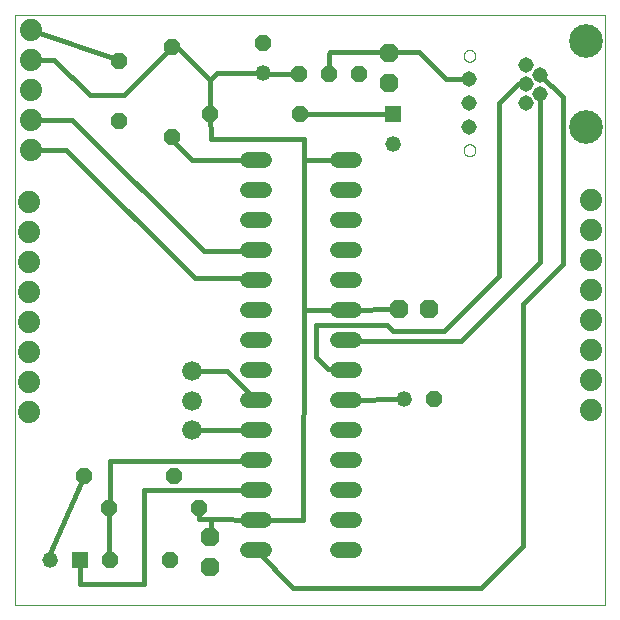
<source format=gtl>
G75*
%MOIN*%
%OFA0B0*%
%FSLAX25Y25*%
%IPPOS*%
%LPD*%
%AMOC8*
5,1,8,0,0,1.08239X$1,22.5*
%
%ADD10C,0.00000*%
%ADD11OC8,0.06300*%
%ADD12OC8,0.05200*%
%ADD13C,0.05200*%
%ADD14C,0.05200*%
%ADD15R,0.05200X0.05200*%
%ADD16C,0.07400*%
%ADD17C,0.05150*%
%ADD18C,0.11220*%
%ADD19C,0.06600*%
%ADD20C,0.01600*%
D10*
X0001800Y0001800D02*
X0001800Y0198650D01*
X0198650Y0198650D01*
X0198650Y0001800D01*
X0001800Y0001800D01*
X0151406Y0153454D02*
X0151408Y0153542D01*
X0151414Y0153630D01*
X0151424Y0153718D01*
X0151438Y0153806D01*
X0151455Y0153892D01*
X0151477Y0153978D01*
X0151502Y0154062D01*
X0151532Y0154146D01*
X0151564Y0154228D01*
X0151601Y0154308D01*
X0151641Y0154387D01*
X0151685Y0154464D01*
X0151732Y0154539D01*
X0151782Y0154611D01*
X0151836Y0154682D01*
X0151892Y0154749D01*
X0151952Y0154815D01*
X0152014Y0154877D01*
X0152080Y0154937D01*
X0152147Y0154993D01*
X0152218Y0155047D01*
X0152290Y0155097D01*
X0152365Y0155144D01*
X0152442Y0155188D01*
X0152521Y0155228D01*
X0152601Y0155265D01*
X0152683Y0155297D01*
X0152767Y0155327D01*
X0152851Y0155352D01*
X0152937Y0155374D01*
X0153023Y0155391D01*
X0153111Y0155405D01*
X0153199Y0155415D01*
X0153287Y0155421D01*
X0153375Y0155423D01*
X0153463Y0155421D01*
X0153551Y0155415D01*
X0153639Y0155405D01*
X0153727Y0155391D01*
X0153813Y0155374D01*
X0153899Y0155352D01*
X0153983Y0155327D01*
X0154067Y0155297D01*
X0154149Y0155265D01*
X0154229Y0155228D01*
X0154308Y0155188D01*
X0154385Y0155144D01*
X0154460Y0155097D01*
X0154532Y0155047D01*
X0154603Y0154993D01*
X0154670Y0154937D01*
X0154736Y0154877D01*
X0154798Y0154815D01*
X0154858Y0154749D01*
X0154914Y0154682D01*
X0154968Y0154611D01*
X0155018Y0154539D01*
X0155065Y0154464D01*
X0155109Y0154387D01*
X0155149Y0154308D01*
X0155186Y0154228D01*
X0155218Y0154146D01*
X0155248Y0154062D01*
X0155273Y0153978D01*
X0155295Y0153892D01*
X0155312Y0153806D01*
X0155326Y0153718D01*
X0155336Y0153630D01*
X0155342Y0153542D01*
X0155344Y0153454D01*
X0155342Y0153366D01*
X0155336Y0153278D01*
X0155326Y0153190D01*
X0155312Y0153102D01*
X0155295Y0153016D01*
X0155273Y0152930D01*
X0155248Y0152846D01*
X0155218Y0152762D01*
X0155186Y0152680D01*
X0155149Y0152600D01*
X0155109Y0152521D01*
X0155065Y0152444D01*
X0155018Y0152369D01*
X0154968Y0152297D01*
X0154914Y0152226D01*
X0154858Y0152159D01*
X0154798Y0152093D01*
X0154736Y0152031D01*
X0154670Y0151971D01*
X0154603Y0151915D01*
X0154532Y0151861D01*
X0154460Y0151811D01*
X0154385Y0151764D01*
X0154308Y0151720D01*
X0154229Y0151680D01*
X0154149Y0151643D01*
X0154067Y0151611D01*
X0153983Y0151581D01*
X0153899Y0151556D01*
X0153813Y0151534D01*
X0153727Y0151517D01*
X0153639Y0151503D01*
X0153551Y0151493D01*
X0153463Y0151487D01*
X0153375Y0151485D01*
X0153287Y0151487D01*
X0153199Y0151493D01*
X0153111Y0151503D01*
X0153023Y0151517D01*
X0152937Y0151534D01*
X0152851Y0151556D01*
X0152767Y0151581D01*
X0152683Y0151611D01*
X0152601Y0151643D01*
X0152521Y0151680D01*
X0152442Y0151720D01*
X0152365Y0151764D01*
X0152290Y0151811D01*
X0152218Y0151861D01*
X0152147Y0151915D01*
X0152080Y0151971D01*
X0152014Y0152031D01*
X0151952Y0152093D01*
X0151892Y0152159D01*
X0151836Y0152226D01*
X0151782Y0152297D01*
X0151732Y0152369D01*
X0151685Y0152444D01*
X0151641Y0152521D01*
X0151601Y0152600D01*
X0151564Y0152680D01*
X0151532Y0152762D01*
X0151502Y0152846D01*
X0151477Y0152930D01*
X0151455Y0153016D01*
X0151438Y0153102D01*
X0151424Y0153190D01*
X0151414Y0153278D01*
X0151408Y0153366D01*
X0151406Y0153454D01*
X0151800Y0161328D02*
X0151802Y0161407D01*
X0151808Y0161486D01*
X0151818Y0161565D01*
X0151832Y0161643D01*
X0151849Y0161720D01*
X0151871Y0161796D01*
X0151896Y0161871D01*
X0151926Y0161944D01*
X0151958Y0162016D01*
X0151995Y0162087D01*
X0152035Y0162155D01*
X0152078Y0162221D01*
X0152124Y0162285D01*
X0152174Y0162347D01*
X0152227Y0162406D01*
X0152282Y0162462D01*
X0152341Y0162516D01*
X0152402Y0162566D01*
X0152465Y0162614D01*
X0152531Y0162658D01*
X0152599Y0162699D01*
X0152669Y0162736D01*
X0152740Y0162770D01*
X0152814Y0162800D01*
X0152888Y0162826D01*
X0152964Y0162848D01*
X0153041Y0162867D01*
X0153119Y0162882D01*
X0153197Y0162893D01*
X0153276Y0162900D01*
X0153355Y0162903D01*
X0153434Y0162902D01*
X0153513Y0162897D01*
X0153592Y0162888D01*
X0153670Y0162875D01*
X0153747Y0162858D01*
X0153824Y0162838D01*
X0153899Y0162813D01*
X0153973Y0162785D01*
X0154046Y0162753D01*
X0154116Y0162718D01*
X0154185Y0162679D01*
X0154252Y0162636D01*
X0154317Y0162590D01*
X0154379Y0162542D01*
X0154439Y0162490D01*
X0154496Y0162435D01*
X0154550Y0162377D01*
X0154601Y0162317D01*
X0154649Y0162254D01*
X0154694Y0162189D01*
X0154736Y0162121D01*
X0154774Y0162052D01*
X0154808Y0161981D01*
X0154839Y0161908D01*
X0154867Y0161833D01*
X0154890Y0161758D01*
X0154910Y0161681D01*
X0154926Y0161604D01*
X0154938Y0161525D01*
X0154946Y0161447D01*
X0154950Y0161368D01*
X0154950Y0161288D01*
X0154946Y0161209D01*
X0154938Y0161131D01*
X0154926Y0161052D01*
X0154910Y0160975D01*
X0154890Y0160898D01*
X0154867Y0160823D01*
X0154839Y0160748D01*
X0154808Y0160675D01*
X0154774Y0160604D01*
X0154736Y0160535D01*
X0154694Y0160467D01*
X0154649Y0160402D01*
X0154601Y0160339D01*
X0154550Y0160279D01*
X0154496Y0160221D01*
X0154439Y0160166D01*
X0154379Y0160114D01*
X0154317Y0160066D01*
X0154252Y0160020D01*
X0154185Y0159977D01*
X0154116Y0159938D01*
X0154046Y0159903D01*
X0153973Y0159871D01*
X0153899Y0159843D01*
X0153824Y0159818D01*
X0153747Y0159798D01*
X0153670Y0159781D01*
X0153592Y0159768D01*
X0153513Y0159759D01*
X0153434Y0159754D01*
X0153355Y0159753D01*
X0153276Y0159756D01*
X0153197Y0159763D01*
X0153119Y0159774D01*
X0153041Y0159789D01*
X0152964Y0159808D01*
X0152888Y0159830D01*
X0152814Y0159856D01*
X0152740Y0159886D01*
X0152669Y0159920D01*
X0152599Y0159957D01*
X0152531Y0159998D01*
X0152465Y0160042D01*
X0152402Y0160090D01*
X0152341Y0160140D01*
X0152282Y0160194D01*
X0152227Y0160250D01*
X0152174Y0160309D01*
X0152124Y0160371D01*
X0152078Y0160435D01*
X0152035Y0160501D01*
X0151995Y0160569D01*
X0151958Y0160640D01*
X0151926Y0160712D01*
X0151896Y0160785D01*
X0151871Y0160860D01*
X0151849Y0160936D01*
X0151832Y0161013D01*
X0151818Y0161091D01*
X0151808Y0161170D01*
X0151802Y0161249D01*
X0151800Y0161328D01*
X0151800Y0169202D02*
X0151802Y0169281D01*
X0151808Y0169360D01*
X0151818Y0169439D01*
X0151832Y0169517D01*
X0151849Y0169594D01*
X0151871Y0169670D01*
X0151896Y0169745D01*
X0151926Y0169818D01*
X0151958Y0169890D01*
X0151995Y0169961D01*
X0152035Y0170029D01*
X0152078Y0170095D01*
X0152124Y0170159D01*
X0152174Y0170221D01*
X0152227Y0170280D01*
X0152282Y0170336D01*
X0152341Y0170390D01*
X0152402Y0170440D01*
X0152465Y0170488D01*
X0152531Y0170532D01*
X0152599Y0170573D01*
X0152669Y0170610D01*
X0152740Y0170644D01*
X0152814Y0170674D01*
X0152888Y0170700D01*
X0152964Y0170722D01*
X0153041Y0170741D01*
X0153119Y0170756D01*
X0153197Y0170767D01*
X0153276Y0170774D01*
X0153355Y0170777D01*
X0153434Y0170776D01*
X0153513Y0170771D01*
X0153592Y0170762D01*
X0153670Y0170749D01*
X0153747Y0170732D01*
X0153824Y0170712D01*
X0153899Y0170687D01*
X0153973Y0170659D01*
X0154046Y0170627D01*
X0154116Y0170592D01*
X0154185Y0170553D01*
X0154252Y0170510D01*
X0154317Y0170464D01*
X0154379Y0170416D01*
X0154439Y0170364D01*
X0154496Y0170309D01*
X0154550Y0170251D01*
X0154601Y0170191D01*
X0154649Y0170128D01*
X0154694Y0170063D01*
X0154736Y0169995D01*
X0154774Y0169926D01*
X0154808Y0169855D01*
X0154839Y0169782D01*
X0154867Y0169707D01*
X0154890Y0169632D01*
X0154910Y0169555D01*
X0154926Y0169478D01*
X0154938Y0169399D01*
X0154946Y0169321D01*
X0154950Y0169242D01*
X0154950Y0169162D01*
X0154946Y0169083D01*
X0154938Y0169005D01*
X0154926Y0168926D01*
X0154910Y0168849D01*
X0154890Y0168772D01*
X0154867Y0168697D01*
X0154839Y0168622D01*
X0154808Y0168549D01*
X0154774Y0168478D01*
X0154736Y0168409D01*
X0154694Y0168341D01*
X0154649Y0168276D01*
X0154601Y0168213D01*
X0154550Y0168153D01*
X0154496Y0168095D01*
X0154439Y0168040D01*
X0154379Y0167988D01*
X0154317Y0167940D01*
X0154252Y0167894D01*
X0154185Y0167851D01*
X0154116Y0167812D01*
X0154046Y0167777D01*
X0153973Y0167745D01*
X0153899Y0167717D01*
X0153824Y0167692D01*
X0153747Y0167672D01*
X0153670Y0167655D01*
X0153592Y0167642D01*
X0153513Y0167633D01*
X0153434Y0167628D01*
X0153355Y0167627D01*
X0153276Y0167630D01*
X0153197Y0167637D01*
X0153119Y0167648D01*
X0153041Y0167663D01*
X0152964Y0167682D01*
X0152888Y0167704D01*
X0152814Y0167730D01*
X0152740Y0167760D01*
X0152669Y0167794D01*
X0152599Y0167831D01*
X0152531Y0167872D01*
X0152465Y0167916D01*
X0152402Y0167964D01*
X0152341Y0168014D01*
X0152282Y0168068D01*
X0152227Y0168124D01*
X0152174Y0168183D01*
X0152124Y0168245D01*
X0152078Y0168309D01*
X0152035Y0168375D01*
X0151995Y0168443D01*
X0151958Y0168514D01*
X0151926Y0168586D01*
X0151896Y0168659D01*
X0151871Y0168734D01*
X0151849Y0168810D01*
X0151832Y0168887D01*
X0151818Y0168965D01*
X0151808Y0169044D01*
X0151802Y0169123D01*
X0151800Y0169202D01*
X0151800Y0177076D02*
X0151802Y0177155D01*
X0151808Y0177234D01*
X0151818Y0177313D01*
X0151832Y0177391D01*
X0151849Y0177468D01*
X0151871Y0177544D01*
X0151896Y0177619D01*
X0151926Y0177692D01*
X0151958Y0177764D01*
X0151995Y0177835D01*
X0152035Y0177903D01*
X0152078Y0177969D01*
X0152124Y0178033D01*
X0152174Y0178095D01*
X0152227Y0178154D01*
X0152282Y0178210D01*
X0152341Y0178264D01*
X0152402Y0178314D01*
X0152465Y0178362D01*
X0152531Y0178406D01*
X0152599Y0178447D01*
X0152669Y0178484D01*
X0152740Y0178518D01*
X0152814Y0178548D01*
X0152888Y0178574D01*
X0152964Y0178596D01*
X0153041Y0178615D01*
X0153119Y0178630D01*
X0153197Y0178641D01*
X0153276Y0178648D01*
X0153355Y0178651D01*
X0153434Y0178650D01*
X0153513Y0178645D01*
X0153592Y0178636D01*
X0153670Y0178623D01*
X0153747Y0178606D01*
X0153824Y0178586D01*
X0153899Y0178561D01*
X0153973Y0178533D01*
X0154046Y0178501D01*
X0154116Y0178466D01*
X0154185Y0178427D01*
X0154252Y0178384D01*
X0154317Y0178338D01*
X0154379Y0178290D01*
X0154439Y0178238D01*
X0154496Y0178183D01*
X0154550Y0178125D01*
X0154601Y0178065D01*
X0154649Y0178002D01*
X0154694Y0177937D01*
X0154736Y0177869D01*
X0154774Y0177800D01*
X0154808Y0177729D01*
X0154839Y0177656D01*
X0154867Y0177581D01*
X0154890Y0177506D01*
X0154910Y0177429D01*
X0154926Y0177352D01*
X0154938Y0177273D01*
X0154946Y0177195D01*
X0154950Y0177116D01*
X0154950Y0177036D01*
X0154946Y0176957D01*
X0154938Y0176879D01*
X0154926Y0176800D01*
X0154910Y0176723D01*
X0154890Y0176646D01*
X0154867Y0176571D01*
X0154839Y0176496D01*
X0154808Y0176423D01*
X0154774Y0176352D01*
X0154736Y0176283D01*
X0154694Y0176215D01*
X0154649Y0176150D01*
X0154601Y0176087D01*
X0154550Y0176027D01*
X0154496Y0175969D01*
X0154439Y0175914D01*
X0154379Y0175862D01*
X0154317Y0175814D01*
X0154252Y0175768D01*
X0154185Y0175725D01*
X0154116Y0175686D01*
X0154046Y0175651D01*
X0153973Y0175619D01*
X0153899Y0175591D01*
X0153824Y0175566D01*
X0153747Y0175546D01*
X0153670Y0175529D01*
X0153592Y0175516D01*
X0153513Y0175507D01*
X0153434Y0175502D01*
X0153355Y0175501D01*
X0153276Y0175504D01*
X0153197Y0175511D01*
X0153119Y0175522D01*
X0153041Y0175537D01*
X0152964Y0175556D01*
X0152888Y0175578D01*
X0152814Y0175604D01*
X0152740Y0175634D01*
X0152669Y0175668D01*
X0152599Y0175705D01*
X0152531Y0175746D01*
X0152465Y0175790D01*
X0152402Y0175838D01*
X0152341Y0175888D01*
X0152282Y0175942D01*
X0152227Y0175998D01*
X0152174Y0176057D01*
X0152124Y0176119D01*
X0152078Y0176183D01*
X0152035Y0176249D01*
X0151995Y0176317D01*
X0151958Y0176388D01*
X0151926Y0176460D01*
X0151896Y0176533D01*
X0151871Y0176608D01*
X0151849Y0176684D01*
X0151832Y0176761D01*
X0151818Y0176839D01*
X0151808Y0176918D01*
X0151802Y0176997D01*
X0151800Y0177076D01*
X0151406Y0184950D02*
X0151408Y0185038D01*
X0151414Y0185126D01*
X0151424Y0185214D01*
X0151438Y0185302D01*
X0151455Y0185388D01*
X0151477Y0185474D01*
X0151502Y0185558D01*
X0151532Y0185642D01*
X0151564Y0185724D01*
X0151601Y0185804D01*
X0151641Y0185883D01*
X0151685Y0185960D01*
X0151732Y0186035D01*
X0151782Y0186107D01*
X0151836Y0186178D01*
X0151892Y0186245D01*
X0151952Y0186311D01*
X0152014Y0186373D01*
X0152080Y0186433D01*
X0152147Y0186489D01*
X0152218Y0186543D01*
X0152290Y0186593D01*
X0152365Y0186640D01*
X0152442Y0186684D01*
X0152521Y0186724D01*
X0152601Y0186761D01*
X0152683Y0186793D01*
X0152767Y0186823D01*
X0152851Y0186848D01*
X0152937Y0186870D01*
X0153023Y0186887D01*
X0153111Y0186901D01*
X0153199Y0186911D01*
X0153287Y0186917D01*
X0153375Y0186919D01*
X0153463Y0186917D01*
X0153551Y0186911D01*
X0153639Y0186901D01*
X0153727Y0186887D01*
X0153813Y0186870D01*
X0153899Y0186848D01*
X0153983Y0186823D01*
X0154067Y0186793D01*
X0154149Y0186761D01*
X0154229Y0186724D01*
X0154308Y0186684D01*
X0154385Y0186640D01*
X0154460Y0186593D01*
X0154532Y0186543D01*
X0154603Y0186489D01*
X0154670Y0186433D01*
X0154736Y0186373D01*
X0154798Y0186311D01*
X0154858Y0186245D01*
X0154914Y0186178D01*
X0154968Y0186107D01*
X0155018Y0186035D01*
X0155065Y0185960D01*
X0155109Y0185883D01*
X0155149Y0185804D01*
X0155186Y0185724D01*
X0155218Y0185642D01*
X0155248Y0185558D01*
X0155273Y0185474D01*
X0155295Y0185388D01*
X0155312Y0185302D01*
X0155326Y0185214D01*
X0155336Y0185126D01*
X0155342Y0185038D01*
X0155344Y0184950D01*
X0155342Y0184862D01*
X0155336Y0184774D01*
X0155326Y0184686D01*
X0155312Y0184598D01*
X0155295Y0184512D01*
X0155273Y0184426D01*
X0155248Y0184342D01*
X0155218Y0184258D01*
X0155186Y0184176D01*
X0155149Y0184096D01*
X0155109Y0184017D01*
X0155065Y0183940D01*
X0155018Y0183865D01*
X0154968Y0183793D01*
X0154914Y0183722D01*
X0154858Y0183655D01*
X0154798Y0183589D01*
X0154736Y0183527D01*
X0154670Y0183467D01*
X0154603Y0183411D01*
X0154532Y0183357D01*
X0154460Y0183307D01*
X0154385Y0183260D01*
X0154308Y0183216D01*
X0154229Y0183176D01*
X0154149Y0183139D01*
X0154067Y0183107D01*
X0153983Y0183077D01*
X0153899Y0183052D01*
X0153813Y0183030D01*
X0153727Y0183013D01*
X0153639Y0182999D01*
X0153551Y0182989D01*
X0153463Y0182983D01*
X0153375Y0182981D01*
X0153287Y0182983D01*
X0153199Y0182989D01*
X0153111Y0182999D01*
X0153023Y0183013D01*
X0152937Y0183030D01*
X0152851Y0183052D01*
X0152767Y0183077D01*
X0152683Y0183107D01*
X0152601Y0183139D01*
X0152521Y0183176D01*
X0152442Y0183216D01*
X0152365Y0183260D01*
X0152290Y0183307D01*
X0152218Y0183357D01*
X0152147Y0183411D01*
X0152080Y0183467D01*
X0152014Y0183527D01*
X0151952Y0183589D01*
X0151892Y0183655D01*
X0151836Y0183722D01*
X0151782Y0183793D01*
X0151732Y0183865D01*
X0151685Y0183940D01*
X0151641Y0184017D01*
X0151601Y0184096D01*
X0151564Y0184176D01*
X0151532Y0184258D01*
X0151502Y0184342D01*
X0151477Y0184426D01*
X0151455Y0184512D01*
X0151438Y0184598D01*
X0151424Y0184686D01*
X0151414Y0184774D01*
X0151408Y0184862D01*
X0151406Y0184950D01*
D11*
X0126406Y0185894D03*
X0126406Y0175894D03*
X0129910Y0100422D03*
X0139910Y0100422D03*
X0066957Y0024674D03*
X0066957Y0014674D03*
D12*
X0053414Y0016761D03*
X0033414Y0016761D03*
X0033257Y0034359D03*
X0024831Y0044989D03*
X0054831Y0044989D03*
X0063257Y0034359D03*
X0141643Y0070383D03*
X0054280Y0157824D03*
X0067036Y0165698D03*
X0054280Y0187824D03*
X0036446Y0183099D03*
X0036446Y0163099D03*
X0084398Y0189123D03*
X0096524Y0178965D03*
X0106524Y0178965D03*
X0116524Y0178965D03*
X0097036Y0165698D03*
D13*
X0084398Y0179123D03*
X0127981Y0155619D03*
X0131643Y0070383D03*
X0013572Y0016957D03*
D14*
X0079672Y0020068D02*
X0084872Y0020068D01*
X0084872Y0030068D02*
X0079672Y0030068D01*
X0079672Y0040068D02*
X0084872Y0040068D01*
X0084872Y0050068D02*
X0079672Y0050068D01*
X0079672Y0060068D02*
X0084872Y0060068D01*
X0084872Y0070068D02*
X0079672Y0070068D01*
X0079672Y0080068D02*
X0084872Y0080068D01*
X0084872Y0090068D02*
X0079672Y0090068D01*
X0079672Y0100068D02*
X0084872Y0100068D01*
X0084872Y0110068D02*
X0079672Y0110068D01*
X0079672Y0120068D02*
X0084872Y0120068D01*
X0084872Y0130068D02*
X0079672Y0130068D01*
X0079672Y0140068D02*
X0084872Y0140068D01*
X0084872Y0150068D02*
X0079672Y0150068D01*
X0109672Y0150068D02*
X0114872Y0150068D01*
X0114872Y0140068D02*
X0109672Y0140068D01*
X0109672Y0130068D02*
X0114872Y0130068D01*
X0114872Y0120068D02*
X0109672Y0120068D01*
X0109672Y0110068D02*
X0114872Y0110068D01*
X0114872Y0100068D02*
X0109672Y0100068D01*
X0109672Y0090068D02*
X0114872Y0090068D01*
X0114872Y0080068D02*
X0109672Y0080068D01*
X0109672Y0070068D02*
X0114872Y0070068D01*
X0114872Y0060068D02*
X0109672Y0060068D01*
X0109672Y0050068D02*
X0114872Y0050068D01*
X0114872Y0040068D02*
X0109672Y0040068D01*
X0109672Y0030068D02*
X0114872Y0030068D01*
X0114872Y0020068D02*
X0109672Y0020068D01*
D15*
X0023572Y0016957D03*
X0127981Y0165619D03*
D16*
X0193926Y0136911D03*
X0193926Y0126911D03*
X0193926Y0116911D03*
X0193926Y0106911D03*
X0193926Y0096911D03*
X0193926Y0086911D03*
X0193926Y0076911D03*
X0193926Y0066911D03*
X0006706Y0066367D03*
X0006706Y0076367D03*
X0006706Y0086367D03*
X0006706Y0096367D03*
X0006706Y0106367D03*
X0006706Y0116367D03*
X0006706Y0126367D03*
X0006706Y0136367D03*
X0007202Y0153690D03*
X0007202Y0163690D03*
X0007202Y0173690D03*
X0007202Y0183690D03*
X0007202Y0193690D03*
D17*
X0153375Y0177076D03*
X0153375Y0169202D03*
X0153375Y0161328D03*
X0172233Y0169162D03*
X0176957Y0172312D03*
X0172233Y0175461D03*
X0176957Y0178611D03*
X0172233Y0181761D03*
D18*
X0192312Y0189831D03*
X0192312Y0161091D03*
D19*
X0060855Y0079753D03*
X0060855Y0069910D03*
X0060855Y0060068D03*
D20*
X0082272Y0060068D01*
X0082272Y0070068D02*
X0072587Y0079753D01*
X0060855Y0079753D01*
X0081957Y0090383D02*
X0082272Y0090068D01*
X0098257Y0100068D02*
X0097942Y0030107D01*
X0082272Y0030068D01*
X0067210Y0030441D01*
X0066957Y0024674D01*
X0067194Y0024674D01*
X0066957Y0024674D02*
X0066957Y0024556D01*
X0067210Y0030441D02*
X0063217Y0030540D01*
X0063257Y0034359D01*
X0044753Y0040068D02*
X0044713Y0008887D01*
X0023454Y0008887D01*
X0023454Y0009674D01*
X0023572Y0009674D01*
X0023572Y0016957D01*
X0033257Y0016761D02*
X0033257Y0034359D01*
X0033690Y0034359D01*
X0033690Y0049831D01*
X0083454Y0049831D01*
X0082272Y0050068D01*
X0082272Y0040068D02*
X0044753Y0040068D01*
X0024831Y0044989D02*
X0012548Y0016957D01*
X0013572Y0016957D01*
X0033257Y0016761D02*
X0033414Y0016761D01*
X0082272Y0020068D02*
X0094635Y0007706D01*
X0157312Y0007706D01*
X0171091Y0021485D01*
X0171091Y0102194D01*
X0184477Y0115580D01*
X0184477Y0171052D01*
X0176957Y0178572D01*
X0176957Y0178611D01*
X0172233Y0175461D02*
X0169556Y0175461D01*
X0163217Y0169123D01*
X0163217Y0111643D01*
X0144713Y0093139D01*
X0127784Y0093139D01*
X0125816Y0095107D01*
X0102194Y0095107D01*
X0102194Y0084477D01*
X0106131Y0080540D01*
X0111800Y0080540D01*
X0112272Y0080068D01*
X0111957Y0089989D02*
X0112272Y0090068D01*
X0111957Y0089989D02*
X0150619Y0089989D01*
X0176997Y0116367D01*
X0176997Y0120698D01*
X0176997Y0131721D01*
X0176997Y0172312D01*
X0176957Y0172312D01*
X0153375Y0177076D02*
X0145422Y0177076D01*
X0136446Y0186052D01*
X0125383Y0186052D01*
X0126406Y0185894D01*
X0125068Y0186052D01*
X0106918Y0186052D01*
X0106524Y0185658D01*
X0106524Y0178965D01*
X0096524Y0178965D02*
X0084398Y0178965D01*
X0084398Y0179123D01*
X0069123Y0179123D01*
X0066800Y0176800D01*
X0055776Y0187824D01*
X0054280Y0187824D01*
X0038257Y0171800D01*
X0026800Y0171800D01*
X0014910Y0183690D01*
X0007202Y0183690D01*
X0007202Y0193690D02*
X0036446Y0183690D01*
X0036446Y0183099D01*
X0054280Y0187627D02*
X0054280Y0187824D01*
X0066800Y0176800D02*
X0066800Y0165934D01*
X0067036Y0165698D01*
X0067154Y0157312D01*
X0098257Y0157194D01*
X0098257Y0150068D01*
X0112272Y0150068D01*
X0098257Y0150068D02*
X0098257Y0100068D01*
X0112272Y0100068D01*
X0129910Y0100461D01*
X0129910Y0100422D01*
X0131643Y0070383D02*
X0112272Y0070068D01*
X0082272Y0110068D02*
X0081540Y0110800D01*
X0061800Y0110800D01*
X0018910Y0153690D01*
X0007202Y0153690D01*
X0007202Y0163690D02*
X0020910Y0163690D01*
X0064800Y0119800D01*
X0082005Y0119800D01*
X0082272Y0120068D01*
X0082272Y0150068D02*
X0082115Y0150225D01*
X0060855Y0150225D01*
X0054280Y0156800D01*
X0054280Y0157824D01*
X0054556Y0157824D01*
X0097036Y0165698D02*
X0127981Y0165619D01*
X0127981Y0165580D01*
M02*

</source>
